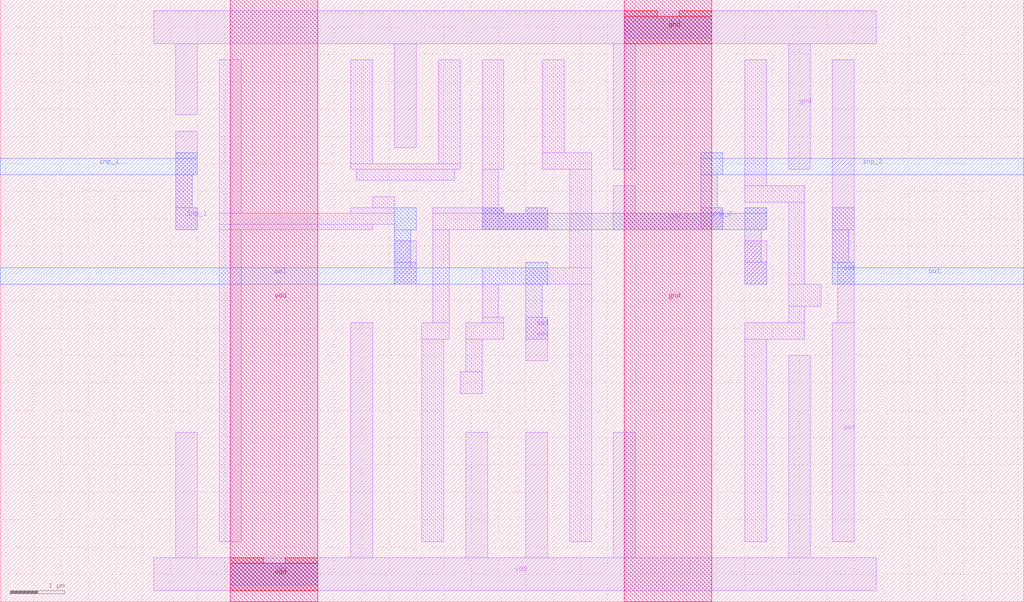
<source format=lef>
VERSION 5.3 ;
   NAMESCASESENSITIVE ON ;
   NOWIREEXTENSIONATPIN ON ;
   DIVIDERCHAR "/" ;
   BUSBITCHARS "[]" ;
UNITS
   DATABASE MICRONS 1000 ;
END UNITS

MACRO MUX_2X1
   CLASS BLOCK ;
   FOREIGN MUX_2X1 ;
   ORIGIN 2.6000 -0.0000 ;
   SIZE 18.7000 BY 11.0000 ;
   PIN vdd
      PORT
         LAYER metal1 ;
	    RECT 0.6000 0.8000 1.0000 3.1000 ;
	    RECT 3.8000 0.8000 4.2000 5.1000 ;
	    RECT 5.9000 0.8000 6.3000 3.1000 ;
	    RECT 7.0000 0.8000 7.4000 3.1000 ;
	    RECT 8.6000 0.8000 9.0000 3.1000 ;
	    RECT 11.8000 0.8000 12.2000 4.5000 ;
	    RECT 0.2000 0.2000 13.4000 0.8000 ;
         LAYER metal2 ;
	    RECT 1.6000 0.3000 3.2000 0.7000 ;
         LAYER metal3 ;
	    RECT 1.6000 0.3000 3.2000 0.7000 ;
         LAYER metal4 ;
	    RECT 1.6000 0.3000 3.2000 0.7000 ;
         LAYER metal5 ;
	    RECT 1.6000 0.7000 2.2000 0.8000 ;
	    RECT 2.6000 0.7000 3.2000 0.8000 ;
	    RECT 1.6000 0.2000 3.2000 0.7000 ;
         LAYER metal6 ;
	    RECT 1.6000 0.0000 3.2000 11.0000 ;
      END
   END vdd
   PIN gnd
      PORT
         LAYER metal1 ;
	    RECT 0.2000 10.2000 13.4000 10.8000 ;
	    RECT 0.6000 8.9000 1.0000 10.2000 ;
	    RECT 4.6000 8.3000 5.0000 10.2000 ;
	    RECT 8.6000 7.9000 9.0000 10.2000 ;
	    RECT 11.8000 7.9000 12.2000 10.2000 ;
         LAYER metal2 ;
	    RECT 8.8000 10.3000 10.4000 10.7000 ;
         LAYER metal3 ;
	    RECT 8.8000 10.3000 10.4000 10.7000 ;
         LAYER metal4 ;
	    RECT 8.8000 10.3000 10.4000 10.7000 ;
         LAYER metal5 ;
	    RECT 8.8000 10.7000 9.4000 10.8000 ;
	    RECT 9.8000 10.7000 10.4000 10.8000 ;
	    RECT 8.8000 10.2000 10.4000 10.7000 ;
         LAYER metal6 ;
	    RECT 8.8000 0.0000 10.4000 11.0000 ;
      END
   END gnd
   PIN inp_1
      PORT
         LAYER metal1 ;
	    RECT 0.6000 7.8000 1.0000 8.6000 ;
	    RECT 0.6000 7.2000 0.9000 7.8000 ;
	    RECT 0.6000 6.8000 1.0000 7.2000 ;
         LAYER metal2 ;
	    RECT 0.6000 7.8000 1.0000 8.2000 ;
	    RECT 0.6000 7.2000 0.9000 7.8000 ;
	    RECT 0.6000 6.8000 1.0000 7.2000 ;
         LAYER metal3 ;
	    RECT 0.6000 8.1000 1.0000 8.2000 ;
	    RECT -2.6000 7.8000 1.0000 8.1000 ;
      END
   END inp_1
   PIN inp_2
      PORT
         LAYER metal1 ;
	    RECT 8.6000 7.1000 9.0000 7.6000 ;
	    RECT 10.2000 7.1000 10.6000 7.2000 ;
	    RECT 8.6000 6.8000 10.6000 7.1000 ;
         LAYER metal2 ;
	    RECT 10.2000 7.8000 10.6000 8.2000 ;
	    RECT 10.2000 7.2000 10.5000 7.8000 ;
	    RECT 10.2000 6.8000 10.6000 7.2000 ;
         LAYER metal3 ;
	    RECT 10.2000 8.1000 10.6000 8.2000 ;
	    RECT 10.2000 7.8000 16.1000 8.1000 ;
      END
   END inp_2
   PIN sel
      PORT
         LAYER metal1 ;
	    RECT 4.6000 5.8000 5.0000 6.6000 ;
	    RECT 7.0000 4.4000 7.4000 5.2000 ;
         LAYER metal2 ;
	    RECT 4.6000 6.8000 5.0000 7.2000 ;
	    RECT 4.6000 6.2000 4.9000 6.8000 ;
	    RECT 4.6000 5.8000 5.0000 6.2000 ;
	    RECT 7.0000 5.8000 7.4000 6.2000 ;
	    RECT 7.0000 5.2000 7.3000 5.8000 ;
	    RECT 7.0000 4.8000 7.4000 5.2000 ;
         LAYER metal3 ;
	    RECT 4.6000 6.8000 5.0000 7.2000 ;
	    RECT 4.6000 6.1000 4.9000 6.8000 ;
	    RECT 7.0000 6.1000 7.4000 6.2000 ;
	    RECT -2.6000 5.8000 7.4000 6.1000 ;
      END
   END sel
   PIN out
      PORT
         LAYER metal1 ;
	    RECT 12.6000 6.2000 13.0000 9.9000 ;
	    RECT 12.7000 5.1000 13.0000 6.2000 ;
	    RECT 12.6000 1.1000 13.0000 5.1000 ;
         LAYER metal2 ;
	    RECT 12.6000 6.8000 13.0000 7.2000 ;
	    RECT 12.6000 6.2000 12.9000 6.8000 ;
	    RECT 12.6000 5.8000 13.0000 6.2000 ;
         LAYER metal3 ;
	    RECT 12.6000 6.1000 13.0000 6.2000 ;
	    RECT 12.6000 5.8000 16.1000 6.1000 ;
      END
   END out
   OBS
         LAYER metal1 ;
	    RECT 1.4000 7.1000 1.8000 9.9000 ;
	    RECT 3.8000 8.0000 4.2000 9.9000 ;
	    RECT 5.4000 8.0000 5.8000 9.9000 ;
	    RECT 3.8000 7.9000 5.8000 8.0000 ;
	    RECT 6.2000 7.9000 6.6000 9.9000 ;
	    RECT 7.3000 8.2000 7.7000 9.9000 ;
	    RECT 7.3000 7.9000 8.2000 8.2000 ;
	    RECT 3.9000 7.7000 5.7000 7.9000 ;
	    RECT 4.2000 7.2000 4.6000 7.4000 ;
	    RECT 6.2000 7.2000 6.5000 7.9000 ;
	    RECT 3.8000 7.1000 4.6000 7.2000 ;
	    RECT 1.4000 6.9000 4.6000 7.1000 ;
	    RECT 5.3000 7.1000 6.6000 7.2000 ;
	    RECT 7.0000 7.1000 7.4000 7.2000 ;
	    RECT 1.4000 6.8000 4.2000 6.9000 ;
	    RECT 5.3000 6.8000 7.4000 7.1000 ;
	    RECT 1.4000 1.1000 1.8000 6.8000 ;
	    RECT 5.3000 5.1000 5.6000 6.8000 ;
	    RECT 7.8000 6.1000 8.2000 7.9000 ;
	    RECT 11.0000 7.6000 11.4000 9.9000 ;
	    RECT 11.0000 7.3000 12.1000 7.6000 ;
	    RECT 6.2000 5.8000 8.2000 6.1000 ;
	    RECT 11.0000 5.8000 11.4000 6.6000 ;
	    RECT 11.8000 5.8000 12.1000 7.3000 ;
	    RECT 6.2000 5.2000 6.5000 5.8000 ;
	    RECT 6.2000 5.1000 6.6000 5.2000 ;
	    RECT 5.1000 4.8000 5.6000 5.1000 ;
	    RECT 5.9000 4.8000 6.6000 5.1000 ;
	    RECT 5.1000 1.1000 5.5000 4.8000 ;
	    RECT 5.9000 4.2000 6.2000 4.8000 ;
	    RECT 5.8000 3.8000 6.2000 4.2000 ;
	    RECT 7.8000 1.1000 8.2000 5.8000 ;
	    RECT 11.8000 5.4000 12.4000 5.8000 ;
	    RECT 11.8000 5.1000 12.1000 5.4000 ;
	    RECT 11.0000 4.8000 12.1000 5.1000 ;
	    RECT 11.0000 1.1000 11.4000 4.8000 ;
         LAYER metal2 ;
	    RECT 6.2000 7.1000 6.6000 7.2000 ;
	    RECT 7.0000 7.1000 7.4000 7.2000 ;
	    RECT 6.2000 6.8000 7.4000 7.1000 ;
	    RECT 11.0000 6.8000 11.4000 7.2000 ;
	    RECT 11.0000 6.2000 11.3000 6.8000 ;
	    RECT 11.0000 5.8000 11.4000 6.2000 ;
         LAYER metal3 ;
	    RECT 6.2000 7.1000 6.6000 7.2000 ;
	    RECT 11.0000 7.1000 11.4000 7.2000 ;
	    RECT 6.2000 6.8000 11.4000 7.1000 ;
   END
END MUX_2X1

</source>
